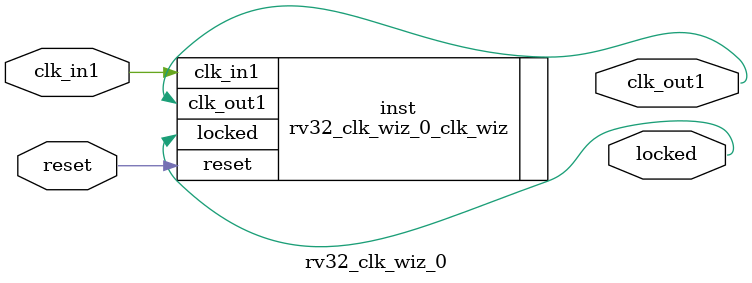
<source format=v>


`timescale 1ps/1ps

(* CORE_GENERATION_INFO = "rv32_clk_wiz_0,clk_wiz_v6_0_15_0_0,{component_name=rv32_clk_wiz_0,use_phase_alignment=true,use_min_o_jitter=false,use_max_i_jitter=false,use_dyn_phase_shift=false,use_inclk_switchover=false,use_dyn_reconfig=false,enable_axi=0,feedback_source=FDBK_AUTO,PRIMITIVE=MMCM,num_out_clk=1,clkin1_period=10.000,clkin2_period=10.000,use_power_down=false,use_reset=true,use_locked=true,use_inclk_stopped=false,feedback_type=SINGLE,CLOCK_MGR_TYPE=NA,manual_override=false}" *)

module rv32_clk_wiz_0 
 (
  // Clock out ports
  output        clk_out1,
  // Status and control signals
  input         reset,
  output        locked,
 // Clock in ports
  input         clk_in1
 );

  rv32_clk_wiz_0_clk_wiz inst
  (
  // Clock out ports  
  .clk_out1(clk_out1),
  // Status and control signals               
  .reset(reset), 
  .locked(locked),
 // Clock in ports
  .clk_in1(clk_in1)
  );

endmodule

</source>
